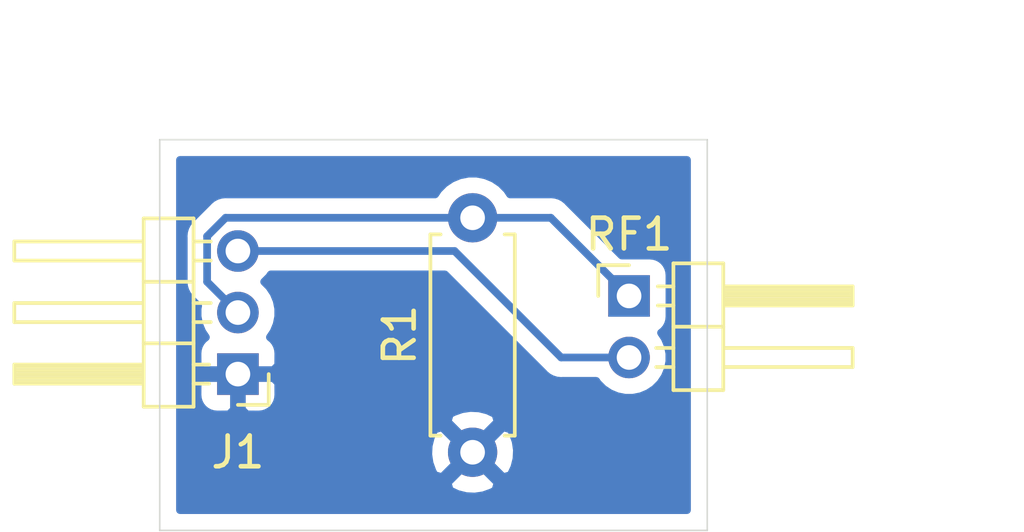
<source format=kicad_pcb>
(kicad_pcb (version 20171130) (host pcbnew "(5.1.9)-1")

  (general
    (thickness 1.6)
    (drawings 6)
    (tracks 11)
    (zones 0)
    (modules 3)
    (nets 4)
  )

  (page USLetter)
  (title_block
    (title "FSR Board")
    (date 2021-03-21)
    (rev 1)
  )

  (layers
    (0 F.Cu signal)
    (31 B.Cu signal)
    (33 F.Adhes user)
    (35 F.Paste user)
    (37 F.SilkS user)
    (38 B.Mask user)
    (39 F.Mask user)
    (40 Dwgs.User user)
    (41 Cmts.User user)
    (42 Eco1.User user)
    (43 Eco2.User user)
    (44 Edge.Cuts user)
    (45 Margin user)
    (46 B.CrtYd user)
    (47 F.CrtYd user)
    (49 F.Fab user)
  )

  (setup
    (last_trace_width 0.25)
    (trace_clearance 0.2)
    (zone_clearance 0.508)
    (zone_45_only no)
    (trace_min 0.2)
    (via_size 0.8)
    (via_drill 0.4)
    (via_min_size 0.4)
    (via_min_drill 0.3)
    (uvia_size 0.4)
    (uvia_drill 0.3)
    (uvias_allowed no)
    (uvia_min_size 0.4)
    (uvia_min_drill 0.3)
    (edge_width 0.05)
    (segment_width 0.2)
    (pcb_text_width 0.3)
    (pcb_text_size 1.5 1.5)
    (mod_edge_width 0.12)
    (mod_text_size 1 1)
    (mod_text_width 0.15)
    (pad_size 1.524 1.524)
    (pad_drill 0.762)
    (pad_to_mask_clearance 0)
    (aux_axis_origin 0 0)
    (visible_elements 7FFFFFFF)
    (pcbplotparams
      (layerselection 0x010fc_ffffffff)
      (usegerberextensions false)
      (usegerberattributes true)
      (usegerberadvancedattributes true)
      (creategerberjobfile true)
      (excludeedgelayer true)
      (linewidth 0.100000)
      (plotframeref false)
      (viasonmask false)
      (mode 1)
      (useauxorigin false)
      (hpglpennumber 1)
      (hpglpenspeed 20)
      (hpglpendiameter 15.000000)
      (psnegative false)
      (psa4output false)
      (plotreference true)
      (plotvalue true)
      (plotinvisibletext false)
      (padsonsilk false)
      (subtractmaskfromsilk false)
      (outputformat 1)
      (mirror false)
      (drillshape 1)
      (scaleselection 1)
      (outputdirectory ""))
  )

  (net 0 "")
  (net 1 /GND)
  (net 2 /A)
  (net 3 /3V)

  (net_class Default "This is the default net class."
    (clearance 0.2)
    (trace_width 0.25)
    (via_dia 0.8)
    (via_drill 0.4)
    (uvia_dia 0.4)
    (uvia_drill 0.3)
    (add_net /3V)
    (add_net /A)
    (add_net /GND)
  )

  (module Connector_PinHeader_2.00mm:PinHeader_1x03_P2.00mm_Horizontal (layer F.Cu) (tedit 59FED667) (tstamp 60578CAF)
    (at 114.3 99.06 180)
    (descr "Through hole angled pin header, 1x03, 2.00mm pitch, 4.2mm pin length, single row")
    (tags "Through hole angled pin header THT 1x03 2.00mm single row")
    (path /60585A3A)
    (fp_text reference J1 (at 0 -2.54) (layer F.SilkS)
      (effects (font (size 1 1) (thickness 0.15)))
    )
    (fp_text value Conn_01x03 (at 1.5 1.75 90) (layer F.Fab)
      (effects (font (size 1 1) (thickness 0.15)))
    )
    (fp_line (start 1.875 -1) (end 3 -1) (layer F.Fab) (width 0.1))
    (fp_line (start 3 -1) (end 3 5) (layer F.Fab) (width 0.1))
    (fp_line (start 3 5) (end 1.5 5) (layer F.Fab) (width 0.1))
    (fp_line (start 1.5 5) (end 1.5 -0.625) (layer F.Fab) (width 0.1))
    (fp_line (start 1.5 -0.625) (end 1.875 -1) (layer F.Fab) (width 0.1))
    (fp_line (start -0.25 -0.25) (end 1.5 -0.25) (layer F.Fab) (width 0.1))
    (fp_line (start -0.25 -0.25) (end -0.25 0.25) (layer F.Fab) (width 0.1))
    (fp_line (start -0.25 0.25) (end 1.5 0.25) (layer F.Fab) (width 0.1))
    (fp_line (start 3 -0.25) (end 7.2 -0.25) (layer F.Fab) (width 0.1))
    (fp_line (start 7.2 -0.25) (end 7.2 0.25) (layer F.Fab) (width 0.1))
    (fp_line (start 3 0.25) (end 7.2 0.25) (layer F.Fab) (width 0.1))
    (fp_line (start -0.25 1.75) (end 1.5 1.75) (layer F.Fab) (width 0.1))
    (fp_line (start -0.25 1.75) (end -0.25 2.25) (layer F.Fab) (width 0.1))
    (fp_line (start -0.25 2.25) (end 1.5 2.25) (layer F.Fab) (width 0.1))
    (fp_line (start 3 1.75) (end 7.2 1.75) (layer F.Fab) (width 0.1))
    (fp_line (start 7.2 1.75) (end 7.2 2.25) (layer F.Fab) (width 0.1))
    (fp_line (start 3 2.25) (end 7.2 2.25) (layer F.Fab) (width 0.1))
    (fp_line (start -0.25 3.75) (end 1.5 3.75) (layer F.Fab) (width 0.1))
    (fp_line (start -0.25 3.75) (end -0.25 4.25) (layer F.Fab) (width 0.1))
    (fp_line (start -0.25 4.25) (end 1.5 4.25) (layer F.Fab) (width 0.1))
    (fp_line (start 3 3.75) (end 7.2 3.75) (layer F.Fab) (width 0.1))
    (fp_line (start 7.2 3.75) (end 7.2 4.25) (layer F.Fab) (width 0.1))
    (fp_line (start 3 4.25) (end 7.2 4.25) (layer F.Fab) (width 0.1))
    (fp_line (start 1.44 -1.06) (end 1.44 5.06) (layer F.SilkS) (width 0.12))
    (fp_line (start 1.44 5.06) (end 3.06 5.06) (layer F.SilkS) (width 0.12))
    (fp_line (start 3.06 5.06) (end 3.06 -1.06) (layer F.SilkS) (width 0.12))
    (fp_line (start 3.06 -1.06) (end 1.44 -1.06) (layer F.SilkS) (width 0.12))
    (fp_line (start 3.06 -0.31) (end 7.26 -0.31) (layer F.SilkS) (width 0.12))
    (fp_line (start 7.26 -0.31) (end 7.26 0.31) (layer F.SilkS) (width 0.12))
    (fp_line (start 7.26 0.31) (end 3.06 0.31) (layer F.SilkS) (width 0.12))
    (fp_line (start 3.06 -0.25) (end 7.26 -0.25) (layer F.SilkS) (width 0.12))
    (fp_line (start 3.06 -0.13) (end 7.26 -0.13) (layer F.SilkS) (width 0.12))
    (fp_line (start 3.06 -0.01) (end 7.26 -0.01) (layer F.SilkS) (width 0.12))
    (fp_line (start 3.06 0.11) (end 7.26 0.11) (layer F.SilkS) (width 0.12))
    (fp_line (start 3.06 0.23) (end 7.26 0.23) (layer F.SilkS) (width 0.12))
    (fp_line (start 0.935 -0.31) (end 1.44 -0.31) (layer F.SilkS) (width 0.12))
    (fp_line (start 0.935 0.31) (end 1.44 0.31) (layer F.SilkS) (width 0.12))
    (fp_line (start 1.44 1) (end 3.06 1) (layer F.SilkS) (width 0.12))
    (fp_line (start 3.06 1.69) (end 7.26 1.69) (layer F.SilkS) (width 0.12))
    (fp_line (start 7.26 1.69) (end 7.26 2.31) (layer F.SilkS) (width 0.12))
    (fp_line (start 7.26 2.31) (end 3.06 2.31) (layer F.SilkS) (width 0.12))
    (fp_line (start 0.882114 1.69) (end 1.44 1.69) (layer F.SilkS) (width 0.12))
    (fp_line (start 0.882114 2.31) (end 1.44 2.31) (layer F.SilkS) (width 0.12))
    (fp_line (start 1.44 3) (end 3.06 3) (layer F.SilkS) (width 0.12))
    (fp_line (start 3.06 3.69) (end 7.26 3.69) (layer F.SilkS) (width 0.12))
    (fp_line (start 7.26 3.69) (end 7.26 4.31) (layer F.SilkS) (width 0.12))
    (fp_line (start 7.26 4.31) (end 3.06 4.31) (layer F.SilkS) (width 0.12))
    (fp_line (start 0.882114 3.69) (end 1.44 3.69) (layer F.SilkS) (width 0.12))
    (fp_line (start 0.882114 4.31) (end 1.44 4.31) (layer F.SilkS) (width 0.12))
    (fp_line (start -1 0) (end -1 -1) (layer F.SilkS) (width 0.12))
    (fp_line (start -1 -1) (end 0 -1) (layer F.SilkS) (width 0.12))
    (fp_line (start -1.5 -1.5) (end -1.5 5.5) (layer F.CrtYd) (width 0.05))
    (fp_line (start -1.5 5.5) (end 7.7 5.5) (layer F.CrtYd) (width 0.05))
    (fp_line (start 7.7 5.5) (end 7.7 -1.5) (layer F.CrtYd) (width 0.05))
    (fp_line (start 7.7 -1.5) (end -1.5 -1.5) (layer F.CrtYd) (width 0.05))
    (fp_text user %R (at 2.25 2 90) (layer F.Fab)
      (effects (font (size 0.9 0.9) (thickness 0.135)))
    )
    (pad 1 thru_hole rect (at 0 0 180) (size 1.35 1.35) (drill 0.8) (layers *.Cu *.Mask)
      (net 1 /GND))
    (pad 2 thru_hole oval (at 0 2 180) (size 1.35 1.35) (drill 0.8) (layers *.Cu *.Mask)
      (net 2 /A))
    (pad 3 thru_hole oval (at 0 4 180) (size 1.35 1.35) (drill 0.8) (layers *.Cu *.Mask)
      (net 3 /3V))
    (model ${KISYS3DMOD}/Connector_PinHeader_2.00mm.3dshapes/PinHeader_1x03_P2.00mm_Horizontal.wrl
      (at (xyz 0 0 0))
      (scale (xyz 1 1 1))
      (rotate (xyz 0 0 0))
    )
  )

  (module Resistor_THT:R_Axial_DIN0207_L6.3mm_D2.5mm_P7.62mm_Horizontal (layer F.Cu) (tedit 5AE5139B) (tstamp 60578CC6)
    (at 121.92 101.6 90)
    (descr "Resistor, Axial_DIN0207 series, Axial, Horizontal, pin pitch=7.62mm, 0.25W = 1/4W, length*diameter=6.3*2.5mm^2, http://cdn-reichelt.de/documents/datenblatt/B400/1_4W%23YAG.pdf")
    (tags "Resistor Axial_DIN0207 series Axial Horizontal pin pitch 7.62mm 0.25W = 1/4W length 6.3mm diameter 2.5mm")
    (path /60587E21)
    (fp_text reference R1 (at 3.81 -2.37 90) (layer F.SilkS)
      (effects (font (size 1 1) (thickness 0.15)))
    )
    (fp_text value 10KΩ (at 3.81 2.37 90) (layer F.Fab)
      (effects (font (size 1 1) (thickness 0.15)))
    )
    (fp_line (start 0.66 -1.25) (end 0.66 1.25) (layer F.Fab) (width 0.1))
    (fp_line (start 0.66 1.25) (end 6.96 1.25) (layer F.Fab) (width 0.1))
    (fp_line (start 6.96 1.25) (end 6.96 -1.25) (layer F.Fab) (width 0.1))
    (fp_line (start 6.96 -1.25) (end 0.66 -1.25) (layer F.Fab) (width 0.1))
    (fp_line (start 0 0) (end 0.66 0) (layer F.Fab) (width 0.1))
    (fp_line (start 7.62 0) (end 6.96 0) (layer F.Fab) (width 0.1))
    (fp_line (start 0.54 -1.04) (end 0.54 -1.37) (layer F.SilkS) (width 0.12))
    (fp_line (start 0.54 -1.37) (end 7.08 -1.37) (layer F.SilkS) (width 0.12))
    (fp_line (start 7.08 -1.37) (end 7.08 -1.04) (layer F.SilkS) (width 0.12))
    (fp_line (start 0.54 1.04) (end 0.54 1.37) (layer F.SilkS) (width 0.12))
    (fp_line (start 0.54 1.37) (end 7.08 1.37) (layer F.SilkS) (width 0.12))
    (fp_line (start 7.08 1.37) (end 7.08 1.04) (layer F.SilkS) (width 0.12))
    (fp_line (start -1.05 -1.5) (end -1.05 1.5) (layer F.CrtYd) (width 0.05))
    (fp_line (start -1.05 1.5) (end 8.67 1.5) (layer F.CrtYd) (width 0.05))
    (fp_line (start 8.67 1.5) (end 8.67 -1.5) (layer F.CrtYd) (width 0.05))
    (fp_line (start 8.67 -1.5) (end -1.05 -1.5) (layer F.CrtYd) (width 0.05))
    (fp_text user %R (at 3.81 0 90) (layer F.Fab)
      (effects (font (size 1 1) (thickness 0.15)))
    )
    (pad 1 thru_hole circle (at 0 0 90) (size 1.6 1.6) (drill 0.8) (layers *.Cu *.Mask)
      (net 1 /GND))
    (pad 2 thru_hole oval (at 7.62 0 90) (size 1.6 1.6) (drill 0.8) (layers *.Cu *.Mask)
      (net 2 /A))
    (model ${KISYS3DMOD}/Resistor_THT.3dshapes/R_Axial_DIN0207_L6.3mm_D2.5mm_P7.62mm_Horizontal.wrl
      (at (xyz 0 0 0))
      (scale (xyz 1 1 1))
      (rotate (xyz 0 0 0))
    )
  )

  (module Connector_PinHeader_2.00mm:PinHeader_1x02_P2.00mm_Horizontal (layer F.Cu) (tedit 59FED667) (tstamp 60578CF8)
    (at 127 96.52)
    (descr "Through hole angled pin header, 1x02, 2.00mm pitch, 4.2mm pin length, single row")
    (tags "Through hole angled pin header THT 1x02 2.00mm single row")
    (path /605872D3)
    (fp_text reference RF1 (at 0 -2) (layer F.SilkS)
      (effects (font (size 1 1) (thickness 0.15)))
    )
    (fp_text value FSR (at 0 4) (layer F.Fab)
      (effects (font (size 1 1) (thickness 0.15)))
    )
    (fp_line (start 1.875 -1) (end 3 -1) (layer F.Fab) (width 0.1))
    (fp_line (start 3 -1) (end 3 3) (layer F.Fab) (width 0.1))
    (fp_line (start 3 3) (end 1.5 3) (layer F.Fab) (width 0.1))
    (fp_line (start 1.5 3) (end 1.5 -0.625) (layer F.Fab) (width 0.1))
    (fp_line (start 1.5 -0.625) (end 1.875 -1) (layer F.Fab) (width 0.1))
    (fp_line (start -0.25 -0.25) (end 1.5 -0.25) (layer F.Fab) (width 0.1))
    (fp_line (start -0.25 -0.25) (end -0.25 0.25) (layer F.Fab) (width 0.1))
    (fp_line (start -0.25 0.25) (end 1.5 0.25) (layer F.Fab) (width 0.1))
    (fp_line (start 3 -0.25) (end 7.2 -0.25) (layer F.Fab) (width 0.1))
    (fp_line (start 7.2 -0.25) (end 7.2 0.25) (layer F.Fab) (width 0.1))
    (fp_line (start 3 0.25) (end 7.2 0.25) (layer F.Fab) (width 0.1))
    (fp_line (start -0.25 1.75) (end 1.5 1.75) (layer F.Fab) (width 0.1))
    (fp_line (start -0.25 1.75) (end -0.25 2.25) (layer F.Fab) (width 0.1))
    (fp_line (start -0.25 2.25) (end 1.5 2.25) (layer F.Fab) (width 0.1))
    (fp_line (start 3 1.75) (end 7.2 1.75) (layer F.Fab) (width 0.1))
    (fp_line (start 7.2 1.75) (end 7.2 2.25) (layer F.Fab) (width 0.1))
    (fp_line (start 3 2.25) (end 7.2 2.25) (layer F.Fab) (width 0.1))
    (fp_line (start 1.44 -1.06) (end 1.44 3.06) (layer F.SilkS) (width 0.12))
    (fp_line (start 1.44 3.06) (end 3.06 3.06) (layer F.SilkS) (width 0.12))
    (fp_line (start 3.06 3.06) (end 3.06 -1.06) (layer F.SilkS) (width 0.12))
    (fp_line (start 3.06 -1.06) (end 1.44 -1.06) (layer F.SilkS) (width 0.12))
    (fp_line (start 3.06 -0.31) (end 7.26 -0.31) (layer F.SilkS) (width 0.12))
    (fp_line (start 7.26 -0.31) (end 7.26 0.31) (layer F.SilkS) (width 0.12))
    (fp_line (start 7.26 0.31) (end 3.06 0.31) (layer F.SilkS) (width 0.12))
    (fp_line (start 3.06 -0.25) (end 7.26 -0.25) (layer F.SilkS) (width 0.12))
    (fp_line (start 3.06 -0.13) (end 7.26 -0.13) (layer F.SilkS) (width 0.12))
    (fp_line (start 3.06 -0.01) (end 7.26 -0.01) (layer F.SilkS) (width 0.12))
    (fp_line (start 3.06 0.11) (end 7.26 0.11) (layer F.SilkS) (width 0.12))
    (fp_line (start 3.06 0.23) (end 7.26 0.23) (layer F.SilkS) (width 0.12))
    (fp_line (start 0.935 -0.31) (end 1.44 -0.31) (layer F.SilkS) (width 0.12))
    (fp_line (start 0.935 0.31) (end 1.44 0.31) (layer F.SilkS) (width 0.12))
    (fp_line (start 1.44 1) (end 3.06 1) (layer F.SilkS) (width 0.12))
    (fp_line (start 3.06 1.69) (end 7.26 1.69) (layer F.SilkS) (width 0.12))
    (fp_line (start 7.26 1.69) (end 7.26 2.31) (layer F.SilkS) (width 0.12))
    (fp_line (start 7.26 2.31) (end 3.06 2.31) (layer F.SilkS) (width 0.12))
    (fp_line (start 0.882114 1.69) (end 1.44 1.69) (layer F.SilkS) (width 0.12))
    (fp_line (start 0.882114 2.31) (end 1.44 2.31) (layer F.SilkS) (width 0.12))
    (fp_line (start -1 0) (end -1 -1) (layer F.SilkS) (width 0.12))
    (fp_line (start -1 -1) (end 0 -1) (layer F.SilkS) (width 0.12))
    (fp_line (start -1.5 -1.5) (end -1.5 3.5) (layer F.CrtYd) (width 0.05))
    (fp_line (start -1.5 3.5) (end 7.7 3.5) (layer F.CrtYd) (width 0.05))
    (fp_line (start 7.7 3.5) (end 7.7 -1.5) (layer F.CrtYd) (width 0.05))
    (fp_line (start 7.7 -1.5) (end -1.5 -1.5) (layer F.CrtYd) (width 0.05))
    (fp_text user %R (at 0 -2.54 180) (layer F.Fab)
      (effects (font (size 0.9 0.9) (thickness 0.135)))
    )
    (pad 1 thru_hole rect (at 0 0) (size 1.35 1.35) (drill 0.8) (layers *.Cu *.Mask)
      (net 2 /A))
    (pad 2 thru_hole oval (at 0 2) (size 1.35 1.35) (drill 0.8) (layers *.Cu *.Mask)
      (net 3 /3V))
    (model ${KISYS3DMOD}/Connector_PinHeader_2.00mm.3dshapes/PinHeader_1x02_P2.00mm_Horizontal.wrl
      (at (xyz 0 0 0))
      (scale (xyz 1 1 1))
      (rotate (xyz 0 0 0))
    )
  )

  (dimension 12.7 (width 0.15) (layer Dwgs.User)
    (gr_text "12.700 mm" (at 138.46 97.79 270) (layer Dwgs.User)
      (effects (font (size 1 1) (thickness 0.15)))
    )
    (feature1 (pts (xy 129.54 104.14) (xy 137.746421 104.14)))
    (feature2 (pts (xy 129.54 91.44) (xy 137.746421 91.44)))
    (crossbar (pts (xy 137.16 91.44) (xy 137.16 104.14)))
    (arrow1a (pts (xy 137.16 104.14) (xy 136.573579 103.013496)))
    (arrow1b (pts (xy 137.16 104.14) (xy 137.746421 103.013496)))
    (arrow2a (pts (xy 137.16 91.44) (xy 136.573579 92.566504)))
    (arrow2b (pts (xy 137.16 91.44) (xy 137.746421 92.566504)))
  )
  (dimension 17.78 (width 0.15) (layer Dwgs.User)
    (gr_text "17.780 mm" (at 120.65 87.6) (layer Dwgs.User)
      (effects (font (size 1 1) (thickness 0.15)))
    )
    (feature1 (pts (xy 129.54 91.44) (xy 129.54 88.313579)))
    (feature2 (pts (xy 111.76 91.44) (xy 111.76 88.313579)))
    (crossbar (pts (xy 111.76 88.9) (xy 129.54 88.9)))
    (arrow1a (pts (xy 129.54 88.9) (xy 128.413496 89.486421)))
    (arrow1b (pts (xy 129.54 88.9) (xy 128.413496 88.313579)))
    (arrow2a (pts (xy 111.76 88.9) (xy 112.886504 89.486421)))
    (arrow2b (pts (xy 111.76 88.9) (xy 112.886504 88.313579)))
  )
  (gr_line (start 111.76 104.14) (end 111.76 91.44) (layer Edge.Cuts) (width 0.05) (tstamp 6057EDC0))
  (gr_line (start 129.54 104.14) (end 111.76 104.14) (layer Edge.Cuts) (width 0.05))
  (gr_line (start 129.54 91.44) (end 129.54 104.14) (layer Edge.Cuts) (width 0.05))
  (gr_line (start 111.76 91.44) (end 129.54 91.44) (layer Edge.Cuts) (width 0.05))

  (segment (start 119.38 99.06) (end 121.92 101.6) (width 0.25) (layer B.Cu) (net 1))
  (segment (start 114.3 99.06) (end 119.38 99.06) (width 0.25) (layer B.Cu) (net 1))
  (segment (start 124.46 93.98) (end 127 96.52) (width 0.25) (layer B.Cu) (net 2))
  (segment (start 121.92 93.98) (end 124.46 93.98) (width 0.25) (layer B.Cu) (net 2))
  (segment (start 113.299999 94.579999) (end 113.899998 93.98) (width 0.25) (layer B.Cu) (net 2))
  (segment (start 113.299999 96.059999) (end 113.299999 94.579999) (width 0.25) (layer B.Cu) (net 2))
  (segment (start 114.3 97.06) (end 113.299999 96.059999) (width 0.25) (layer B.Cu) (net 2))
  (segment (start 113.899998 93.98) (end 121.92 93.98) (width 0.25) (layer B.Cu) (net 2))
  (segment (start 114.3 95.06) (end 121.334998 95.06) (width 0.25) (layer B.Cu) (net 3))
  (segment (start 121.334998 95.06) (end 124.794998 98.52) (width 0.25) (layer B.Cu) (net 3))
  (segment (start 124.794998 98.52) (end 127 98.52) (width 0.25) (layer B.Cu) (net 3))

  (zone (net 1) (net_name /GND) (layer B.Cu) (tstamp 6057F43A) (hatch edge 0.508)
    (connect_pads (clearance 0.508))
    (min_thickness 0.254)
    (fill yes (arc_segments 32) (thermal_gap 0.508) (thermal_bridge_width 0.508))
    (polygon
      (pts
        (xy 129.54 104.14) (xy 111.76 104.14) (xy 111.76 91.44) (xy 129.54 91.44)
      )
    )
    (filled_polygon
      (pts
        (xy 128.880001 103.48) (xy 112.42 103.48) (xy 112.42 102.592702) (xy 121.106903 102.592702) (xy 121.178486 102.836671)
        (xy 121.433996 102.957571) (xy 121.708184 103.0263) (xy 121.990512 103.040217) (xy 122.27013 102.998787) (xy 122.536292 102.903603)
        (xy 122.661514 102.836671) (xy 122.733097 102.592702) (xy 121.92 101.779605) (xy 121.106903 102.592702) (xy 112.42 102.592702)
        (xy 112.42 101.670512) (xy 120.479783 101.670512) (xy 120.521213 101.95013) (xy 120.616397 102.216292) (xy 120.683329 102.341514)
        (xy 120.927298 102.413097) (xy 121.740395 101.6) (xy 122.099605 101.6) (xy 122.912702 102.413097) (xy 123.156671 102.341514)
        (xy 123.277571 102.086004) (xy 123.3463 101.811816) (xy 123.360217 101.529488) (xy 123.318787 101.24987) (xy 123.223603 100.983708)
        (xy 123.156671 100.858486) (xy 122.912702 100.786903) (xy 122.099605 101.6) (xy 121.740395 101.6) (xy 120.927298 100.786903)
        (xy 120.683329 100.858486) (xy 120.562429 101.113996) (xy 120.4937 101.388184) (xy 120.479783 101.670512) (xy 112.42 101.670512)
        (xy 112.42 100.607298) (xy 121.106903 100.607298) (xy 121.92 101.420395) (xy 122.733097 100.607298) (xy 122.661514 100.363329)
        (xy 122.406004 100.242429) (xy 122.131816 100.1737) (xy 121.849488 100.159783) (xy 121.56987 100.201213) (xy 121.303708 100.296397)
        (xy 121.178486 100.363329) (xy 121.106903 100.607298) (xy 112.42 100.607298) (xy 112.42 99.735) (xy 112.986928 99.735)
        (xy 112.999188 99.859482) (xy 113.035498 99.97918) (xy 113.094463 100.089494) (xy 113.173815 100.186185) (xy 113.270506 100.265537)
        (xy 113.38082 100.324502) (xy 113.500518 100.360812) (xy 113.625 100.373072) (xy 114.01425 100.37) (xy 114.173 100.21125)
        (xy 114.173 99.187) (xy 114.427 99.187) (xy 114.427 100.21125) (xy 114.58575 100.37) (xy 114.975 100.373072)
        (xy 115.099482 100.360812) (xy 115.21918 100.324502) (xy 115.329494 100.265537) (xy 115.426185 100.186185) (xy 115.505537 100.089494)
        (xy 115.564502 99.97918) (xy 115.600812 99.859482) (xy 115.613072 99.735) (xy 115.61 99.34575) (xy 115.45125 99.187)
        (xy 114.427 99.187) (xy 114.173 99.187) (xy 113.14875 99.187) (xy 112.99 99.34575) (xy 112.986928 99.735)
        (xy 112.42 99.735) (xy 112.42 94.579999) (xy 112.536323 94.579999) (xy 112.54 94.617331) (xy 112.539999 96.022676)
        (xy 112.536323 96.059999) (xy 112.539999 96.097321) (xy 112.539999 96.097331) (xy 112.550996 96.208984) (xy 112.584568 96.319658)
        (xy 112.594453 96.352245) (xy 112.665025 96.484275) (xy 112.694343 96.519999) (xy 112.759998 96.6) (xy 112.789001 96.623803)
        (xy 113.007615 96.842417) (xy 112.99 96.930976) (xy 112.99 97.189024) (xy 113.040342 97.442113) (xy 113.139093 97.680518)
        (xy 113.260697 97.862513) (xy 113.173815 97.933815) (xy 113.094463 98.030506) (xy 113.035498 98.14082) (xy 112.999188 98.260518)
        (xy 112.986928 98.385) (xy 112.99 98.77425) (xy 113.14875 98.933) (xy 114.173 98.933) (xy 114.173 98.913)
        (xy 114.427 98.913) (xy 114.427 98.933) (xy 115.45125 98.933) (xy 115.61 98.77425) (xy 115.613072 98.385)
        (xy 115.600812 98.260518) (xy 115.564502 98.14082) (xy 115.505537 98.030506) (xy 115.426185 97.933815) (xy 115.339303 97.862513)
        (xy 115.460907 97.680518) (xy 115.559658 97.442113) (xy 115.61 97.189024) (xy 115.61 96.930976) (xy 115.559658 96.677887)
        (xy 115.460907 96.439482) (xy 115.317544 96.224923) (xy 115.152621 96.06) (xy 115.317544 95.895077) (xy 115.367709 95.82)
        (xy 121.020197 95.82) (xy 124.231199 99.031003) (xy 124.254997 99.060001) (xy 124.283995 99.083799) (xy 124.370721 99.154974)
        (xy 124.502751 99.225546) (xy 124.646012 99.269003) (xy 124.757665 99.28) (xy 124.757675 99.28) (xy 124.794998 99.283676)
        (xy 124.832321 99.28) (xy 125.932291 99.28) (xy 125.982456 99.355077) (xy 126.164923 99.537544) (xy 126.379482 99.680907)
        (xy 126.617887 99.779658) (xy 126.870976 99.83) (xy 127.129024 99.83) (xy 127.382113 99.779658) (xy 127.620518 99.680907)
        (xy 127.835077 99.537544) (xy 128.017544 99.355077) (xy 128.160907 99.140518) (xy 128.259658 98.902113) (xy 128.31 98.649024)
        (xy 128.31 98.390976) (xy 128.259658 98.137887) (xy 128.160907 97.899482) (xy 128.039303 97.717487) (xy 128.126185 97.646185)
        (xy 128.205537 97.549494) (xy 128.264502 97.43918) (xy 128.300812 97.319482) (xy 128.313072 97.195) (xy 128.313072 95.845)
        (xy 128.300812 95.720518) (xy 128.264502 95.60082) (xy 128.205537 95.490506) (xy 128.126185 95.393815) (xy 128.029494 95.314463)
        (xy 127.91918 95.255498) (xy 127.799482 95.219188) (xy 127.675 95.206928) (xy 126.76173 95.206928) (xy 125.023804 93.469003)
        (xy 125.000001 93.439999) (xy 124.884276 93.345026) (xy 124.752247 93.274454) (xy 124.608986 93.230997) (xy 124.497333 93.22)
        (xy 124.497322 93.22) (xy 124.46 93.216324) (xy 124.422678 93.22) (xy 123.138043 93.22) (xy 123.034637 93.065241)
        (xy 122.834759 92.865363) (xy 122.599727 92.70832) (xy 122.338574 92.600147) (xy 122.061335 92.545) (xy 121.778665 92.545)
        (xy 121.501426 92.600147) (xy 121.240273 92.70832) (xy 121.005241 92.865363) (xy 120.805363 93.065241) (xy 120.701957 93.22)
        (xy 113.937323 93.22) (xy 113.899998 93.216324) (xy 113.862673 93.22) (xy 113.862665 93.22) (xy 113.751012 93.230997)
        (xy 113.607751 93.274454) (xy 113.475722 93.345026) (xy 113.359997 93.439999) (xy 113.336198 93.468998) (xy 112.788997 94.0162)
        (xy 112.759999 94.039998) (xy 112.736201 94.068996) (xy 112.7362 94.068997) (xy 112.665025 94.155723) (xy 112.594453 94.287753)
        (xy 112.564179 94.387557) (xy 112.550997 94.431013) (xy 112.542233 94.519999) (xy 112.536323 94.579999) (xy 112.42 94.579999)
        (xy 112.42 92.1) (xy 128.88 92.1)
      )
    )
  )
)

</source>
